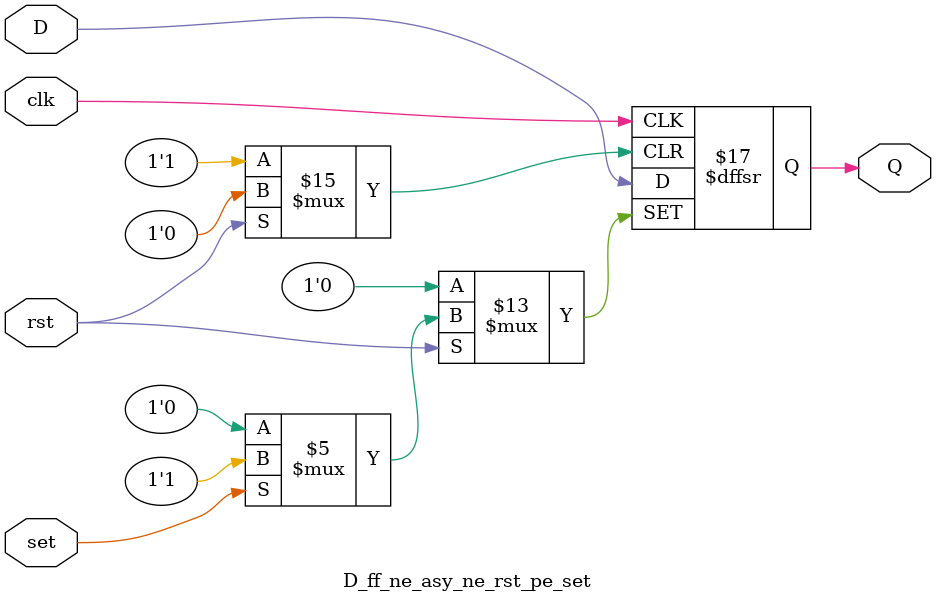
<source format=sv>
module D_ff_ne_asy_ne_rst_pe_set(Q,D,clk,rst,set);
  input D,clk,rst,set;
  output reg Q;
  
  always @(posedge clk or negedge rst or posedge set)
    begin
      if(!rst) Q <= 1'b0;
      else if(set) Q<= 1'b1; 
      else Q <= D;
    end
endmodule

</source>
